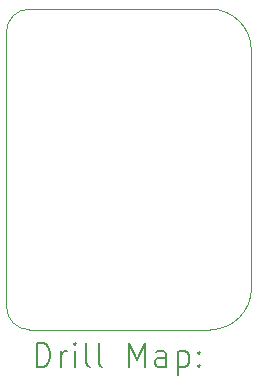
<source format=gbr>
%TF.GenerationSoftware,KiCad,Pcbnew,8.0.1*%
%TF.CreationDate,2024-07-25T21:09:52+08:00*%
%TF.ProjectId,555Sandbox,35353553-616e-4646-926f-782e6b696361,1.0.0*%
%TF.SameCoordinates,Original*%
%TF.FileFunction,Drillmap*%
%TF.FilePolarity,Positive*%
%FSLAX45Y45*%
G04 Gerber Fmt 4.5, Leading zero omitted, Abs format (unit mm)*
G04 Created by KiCad (PCBNEW 8.0.1) date 2024-07-25 21:09:52*
%MOMM*%
%LPD*%
G01*
G04 APERTURE LIST*
%ADD10C,0.050000*%
%ADD11C,0.200000*%
G04 APERTURE END LIST*
D10*
X7690000Y-9405000D02*
G75*
G02*
X7495000Y-9210000I0J195000D01*
G01*
X9569185Y-9054895D02*
G75*
G02*
X9219185Y-9405005I-350005J-105D01*
G01*
X9569185Y-9054895D02*
X9568581Y-7040000D01*
X9218581Y-6690000D02*
G75*
G02*
X9568580Y-7040000I-1J-350000D01*
G01*
X7495000Y-9210000D02*
X7495000Y-6885000D01*
X9219185Y-9405000D02*
X7690000Y-9405000D01*
X7495000Y-6885000D02*
G75*
G02*
X7690000Y-6690000I195000J0D01*
G01*
X7690000Y-6690000D02*
X9218581Y-6690000D01*
D11*
X7753277Y-9718984D02*
X7753277Y-9518984D01*
X7753277Y-9518984D02*
X7800896Y-9518984D01*
X7800896Y-9518984D02*
X7829467Y-9528508D01*
X7829467Y-9528508D02*
X7848515Y-9547555D01*
X7848515Y-9547555D02*
X7858039Y-9566603D01*
X7858039Y-9566603D02*
X7867562Y-9604698D01*
X7867562Y-9604698D02*
X7867562Y-9633270D01*
X7867562Y-9633270D02*
X7858039Y-9671365D01*
X7858039Y-9671365D02*
X7848515Y-9690412D01*
X7848515Y-9690412D02*
X7829467Y-9709460D01*
X7829467Y-9709460D02*
X7800896Y-9718984D01*
X7800896Y-9718984D02*
X7753277Y-9718984D01*
X7953277Y-9718984D02*
X7953277Y-9585650D01*
X7953277Y-9623746D02*
X7962801Y-9604698D01*
X7962801Y-9604698D02*
X7972324Y-9595174D01*
X7972324Y-9595174D02*
X7991372Y-9585650D01*
X7991372Y-9585650D02*
X8010420Y-9585650D01*
X8077086Y-9718984D02*
X8077086Y-9585650D01*
X8077086Y-9518984D02*
X8067562Y-9528508D01*
X8067562Y-9528508D02*
X8077086Y-9538031D01*
X8077086Y-9538031D02*
X8086610Y-9528508D01*
X8086610Y-9528508D02*
X8077086Y-9518984D01*
X8077086Y-9518984D02*
X8077086Y-9538031D01*
X8200896Y-9718984D02*
X8181848Y-9709460D01*
X8181848Y-9709460D02*
X8172324Y-9690412D01*
X8172324Y-9690412D02*
X8172324Y-9518984D01*
X8305658Y-9718984D02*
X8286610Y-9709460D01*
X8286610Y-9709460D02*
X8277086Y-9690412D01*
X8277086Y-9690412D02*
X8277086Y-9518984D01*
X8534229Y-9718984D02*
X8534229Y-9518984D01*
X8534229Y-9518984D02*
X8600896Y-9661841D01*
X8600896Y-9661841D02*
X8667563Y-9518984D01*
X8667563Y-9518984D02*
X8667563Y-9718984D01*
X8848515Y-9718984D02*
X8848515Y-9614222D01*
X8848515Y-9614222D02*
X8838991Y-9595174D01*
X8838991Y-9595174D02*
X8819944Y-9585650D01*
X8819944Y-9585650D02*
X8781848Y-9585650D01*
X8781848Y-9585650D02*
X8762801Y-9595174D01*
X8848515Y-9709460D02*
X8829467Y-9718984D01*
X8829467Y-9718984D02*
X8781848Y-9718984D01*
X8781848Y-9718984D02*
X8762801Y-9709460D01*
X8762801Y-9709460D02*
X8753277Y-9690412D01*
X8753277Y-9690412D02*
X8753277Y-9671365D01*
X8753277Y-9671365D02*
X8762801Y-9652317D01*
X8762801Y-9652317D02*
X8781848Y-9642793D01*
X8781848Y-9642793D02*
X8829467Y-9642793D01*
X8829467Y-9642793D02*
X8848515Y-9633270D01*
X8943753Y-9585650D02*
X8943753Y-9785650D01*
X8943753Y-9595174D02*
X8962801Y-9585650D01*
X8962801Y-9585650D02*
X9000896Y-9585650D01*
X9000896Y-9585650D02*
X9019944Y-9595174D01*
X9019944Y-9595174D02*
X9029467Y-9604698D01*
X9029467Y-9604698D02*
X9038991Y-9623746D01*
X9038991Y-9623746D02*
X9038991Y-9680889D01*
X9038991Y-9680889D02*
X9029467Y-9699936D01*
X9029467Y-9699936D02*
X9019944Y-9709460D01*
X9019944Y-9709460D02*
X9000896Y-9718984D01*
X9000896Y-9718984D02*
X8962801Y-9718984D01*
X8962801Y-9718984D02*
X8943753Y-9709460D01*
X9124705Y-9699936D02*
X9134229Y-9709460D01*
X9134229Y-9709460D02*
X9124705Y-9718984D01*
X9124705Y-9718984D02*
X9115182Y-9709460D01*
X9115182Y-9709460D02*
X9124705Y-9699936D01*
X9124705Y-9699936D02*
X9124705Y-9718984D01*
X9124705Y-9595174D02*
X9134229Y-9604698D01*
X9134229Y-9604698D02*
X9124705Y-9614222D01*
X9124705Y-9614222D02*
X9115182Y-9604698D01*
X9115182Y-9604698D02*
X9124705Y-9595174D01*
X9124705Y-9595174D02*
X9124705Y-9614222D01*
M02*

</source>
